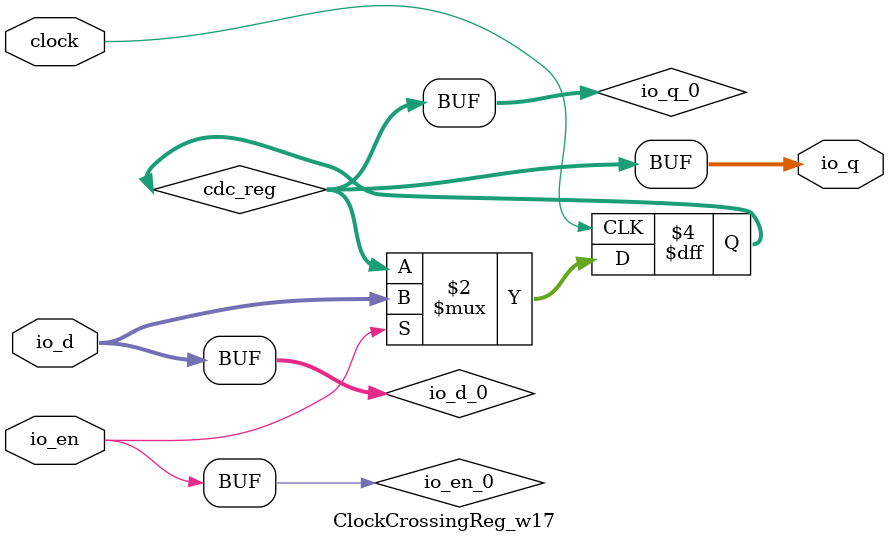
<source format=sv>
`ifndef RANDOMIZE
  `ifdef RANDOMIZE_MEM_INIT
    `define RANDOMIZE
  `endif // RANDOMIZE_MEM_INIT
`endif // not def RANDOMIZE
`ifndef RANDOMIZE
  `ifdef RANDOMIZE_REG_INIT
    `define RANDOMIZE
  `endif // RANDOMIZE_REG_INIT
`endif // not def RANDOMIZE

`ifndef RANDOM
  `define RANDOM $random
`endif // not def RANDOM

// Users can define INIT_RANDOM as general code that gets injected into the
// initializer block for modules with registers.
`ifndef INIT_RANDOM
  `define INIT_RANDOM
`endif // not def INIT_RANDOM

// If using random initialization, you can also define RANDOMIZE_DELAY to
// customize the delay used, otherwise 0.002 is used.
`ifndef RANDOMIZE_DELAY
  `define RANDOMIZE_DELAY 0.002
`endif // not def RANDOMIZE_DELAY

// Define INIT_RANDOM_PROLOG_ for use in our modules below.
`ifndef INIT_RANDOM_PROLOG_
  `ifdef RANDOMIZE
    `ifdef VERILATOR
      `define INIT_RANDOM_PROLOG_ `INIT_RANDOM
    `else  // VERILATOR
      `define INIT_RANDOM_PROLOG_ `INIT_RANDOM #`RANDOMIZE_DELAY begin end
    `endif // VERILATOR
  `else  // RANDOMIZE
    `define INIT_RANDOM_PROLOG_
  `endif // RANDOMIZE
`endif // not def INIT_RANDOM_PROLOG_

// Include register initializers in init blocks unless synthesis is set
`ifndef SYNTHESIS
  `ifndef ENABLE_INITIAL_REG_
    `define ENABLE_INITIAL_REG_
  `endif // not def ENABLE_INITIAL_REG_
`endif // not def SYNTHESIS

// Include rmemory initializers in init blocks unless synthesis is set
`ifndef SYNTHESIS
  `ifndef ENABLE_INITIAL_MEM_
    `define ENABLE_INITIAL_MEM_
  `endif // not def ENABLE_INITIAL_MEM_
`endif // not def SYNTHESIS

// Standard header to adapt well known macros for prints and assertions.

// Users can define 'PRINTF_COND' to add an extra gate to prints.
`ifndef PRINTF_COND_
  `ifdef PRINTF_COND
    `define PRINTF_COND_ (`PRINTF_COND)
  `else  // PRINTF_COND
    `define PRINTF_COND_ 1
  `endif // PRINTF_COND
`endif // not def PRINTF_COND_

// Users can define 'ASSERT_VERBOSE_COND' to add an extra gate to assert error printing.
`ifndef ASSERT_VERBOSE_COND_
  `ifdef ASSERT_VERBOSE_COND
    `define ASSERT_VERBOSE_COND_ (`ASSERT_VERBOSE_COND)
  `else  // ASSERT_VERBOSE_COND
    `define ASSERT_VERBOSE_COND_ 1
  `endif // ASSERT_VERBOSE_COND
`endif // not def ASSERT_VERBOSE_COND_

// Users can define 'STOP_COND' to add an extra gate to stop conditions.
`ifndef STOP_COND_
  `ifdef STOP_COND
    `define STOP_COND_ (`STOP_COND)
  `else  // STOP_COND
    `define STOP_COND_ 1
  `endif // STOP_COND
`endif // not def STOP_COND_

module ClockCrossingReg_w17(
  input         clock,
  input  [16:0] io_d,	// src/main/scala/util/SynchronizerReg.scala:195:14
  output [16:0] io_q,	// src/main/scala/util/SynchronizerReg.scala:195:14
  input         io_en	// src/main/scala/util/SynchronizerReg.scala:195:14
);

  wire [16:0] io_d_0 = io_d;
  wire        io_en_0 = io_en;
  reg  [16:0] cdc_reg;	// src/main/scala/util/SynchronizerReg.scala:201:76
  wire [16:0] io_q_0 = cdc_reg;	// src/main/scala/util/SynchronizerReg.scala:201:76
  always @(posedge clock) begin
    if (io_en_0)
      cdc_reg <= io_d_0;	// src/main/scala/util/SynchronizerReg.scala:201:76
  end // always @(posedge)
  `ifdef ENABLE_INITIAL_REG_
    `ifdef FIRRTL_BEFORE_INITIAL
      `FIRRTL_BEFORE_INITIAL
    `endif // FIRRTL_BEFORE_INITIAL
    initial begin
      automatic logic [31:0] _RANDOM[0:0];
      `ifdef INIT_RANDOM_PROLOG_
        `INIT_RANDOM_PROLOG_
      `endif // INIT_RANDOM_PROLOG_
      `ifdef RANDOMIZE_REG_INIT
        _RANDOM[/*Zero width*/ 1'b0] = `RANDOM;
        cdc_reg = _RANDOM[/*Zero width*/ 1'b0][16:0];	// src/main/scala/util/SynchronizerReg.scala:201:76
      `endif // RANDOMIZE_REG_INIT
    end // initial
    `ifdef FIRRTL_AFTER_INITIAL
      `FIRRTL_AFTER_INITIAL
    `endif // FIRRTL_AFTER_INITIAL
  `endif // ENABLE_INITIAL_REG_
  assign io_q = io_q_0;
endmodule


</source>
